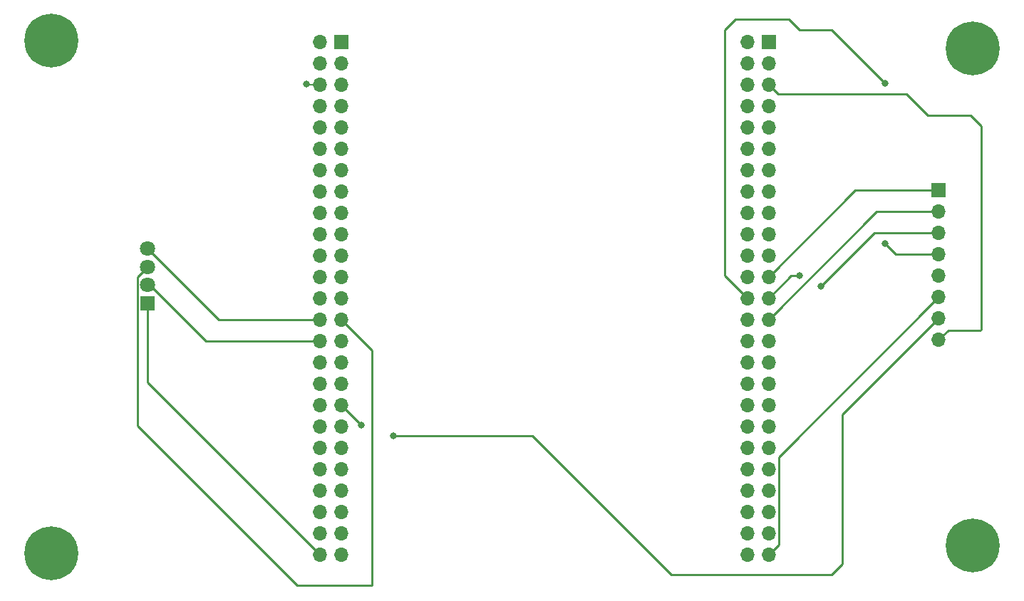
<source format=gbr>
%TF.GenerationSoftware,KiCad,Pcbnew,7.0.2*%
%TF.CreationDate,2023-05-29T15:59:33-06:00*%
%TF.ProjectId,PCB_Design,5043425f-4465-4736-9967-6e2e6b696361,rev?*%
%TF.SameCoordinates,Original*%
%TF.FileFunction,Copper,L1,Top*%
%TF.FilePolarity,Positive*%
%FSLAX46Y46*%
G04 Gerber Fmt 4.6, Leading zero omitted, Abs format (unit mm)*
G04 Created by KiCad (PCBNEW 7.0.2) date 2023-05-29 15:59:33*
%MOMM*%
%LPD*%
G01*
G04 APERTURE LIST*
%TA.AperFunction,ComponentPad*%
%ADD10R,1.700000X1.700000*%
%TD*%
%TA.AperFunction,ComponentPad*%
%ADD11O,1.700000X1.700000*%
%TD*%
%TA.AperFunction,ComponentPad*%
%ADD12C,6.400000*%
%TD*%
%TA.AperFunction,ComponentPad*%
%ADD13R,1.800000X1.800000*%
%TD*%
%TA.AperFunction,ComponentPad*%
%ADD14C,1.800000*%
%TD*%
%TA.AperFunction,ViaPad*%
%ADD15C,0.800000*%
%TD*%
%TA.AperFunction,Conductor*%
%ADD16C,0.250000*%
%TD*%
%TA.AperFunction,Conductor*%
%ADD17C,0.203200*%
%TD*%
G04 APERTURE END LIST*
D10*
%TO.P,J2,1,Pin_1*%
%TO.N,GND*%
X161452400Y-42036200D03*
D11*
%TO.P,J2,2,Pin_2*%
X158912400Y-42036200D03*
%TO.P,J2,3,Pin_3*%
%TO.N,+5V*%
X161452400Y-44576200D03*
%TO.P,J2,4,Pin_4*%
X158912400Y-44576200D03*
%TO.P,J2,5,Pin_5*%
%TO.N,+3V0*%
X161452400Y-47116200D03*
%TO.P,J2,6,Pin_6*%
X158912400Y-47116200D03*
%TO.P,J2,7,Pin_7*%
%TO.N,unconnected-(J2-Pin_7-Pad7)*%
X161452400Y-49656200D03*
%TO.P,J2,8,Pin_8*%
%TO.N,unconnected-(J2-Pin_8-Pad8)*%
X158912400Y-49656200D03*
%TO.P,J2,9,Pin_9*%
%TO.N,unconnected-(J2-Pin_9-Pad9)*%
X161452400Y-52196200D03*
%TO.P,J2,10,Pin_10*%
%TO.N,unconnected-(J2-Pin_10-Pad10)*%
X158912400Y-52196200D03*
%TO.P,J2,11,Pin_11*%
%TO.N,unconnected-(J2-Pin_11-Pad11)*%
X161452400Y-54736200D03*
%TO.P,J2,12,Pin_12*%
%TO.N,unconnected-(J2-Pin_12-Pad12)*%
X158912400Y-54736200D03*
%TO.P,J2,13,Pin_13*%
%TO.N,unconnected-(J2-Pin_13-Pad13)*%
X161452400Y-57276200D03*
%TO.P,J2,14,Pin_14*%
%TO.N,unconnected-(J2-Pin_14-Pad14)*%
X158912400Y-57276200D03*
%TO.P,J2,15,Pin_15*%
%TO.N,unconnected-(J2-Pin_15-Pad15)*%
X161452400Y-59816200D03*
%TO.P,J2,16,Pin_16*%
%TO.N,unconnected-(J2-Pin_16-Pad16)*%
X158912400Y-59816200D03*
%TO.P,J2,17,Pin_17*%
%TO.N,unconnected-(J2-Pin_17-Pad17)*%
X161452400Y-62356200D03*
%TO.P,J2,18,Pin_18*%
%TO.N,unconnected-(J2-Pin_18-Pad18)*%
X158912400Y-62356200D03*
%TO.P,J2,19,Pin_19*%
%TO.N,unconnected-(J2-Pin_19-Pad19)*%
X161452400Y-64896200D03*
%TO.P,J2,20,Pin_20*%
%TO.N,unconnected-(J2-Pin_20-Pad20)*%
X158912400Y-64896200D03*
%TO.P,J2,21,Pin_21*%
%TO.N,unconnected-(J2-Pin_21-Pad21)*%
X161452400Y-67436200D03*
%TO.P,J2,22,Pin_22*%
%TO.N,unconnected-(J2-Pin_22-Pad22)*%
X158912400Y-67436200D03*
%TO.P,J2,23,Pin_23*%
%TO.N,SDA*%
X161452400Y-69976200D03*
%TO.P,J2,24,Pin_24*%
%TO.N,unconnected-(J2-Pin_24-Pad24)*%
X158912400Y-69976200D03*
%TO.P,J2,25,Pin_25*%
%TO.N,MOSI*%
X161452400Y-72516200D03*
%TO.P,J2,26,Pin_26*%
%TO.N,MISO*%
X158912400Y-72516200D03*
%TO.P,J2,27,Pin_27*%
%TO.N,SCK*%
X161452400Y-75056200D03*
%TO.P,J2,28,Pin_28*%
%TO.N,unconnected-(J2-Pin_28-Pad28)*%
X158912400Y-75056200D03*
%TO.P,J2,29,Pin_29*%
%TO.N,unconnected-(J2-Pin_29-Pad29)*%
X161452400Y-77596200D03*
%TO.P,J2,30,Pin_30*%
%TO.N,unconnected-(J2-Pin_30-Pad30)*%
X158912400Y-77596200D03*
%TO.P,J2,31,Pin_31*%
%TO.N,unconnected-(J2-Pin_31-Pad31)*%
X161452400Y-80136200D03*
%TO.P,J2,32,Pin_32*%
%TO.N,unconnected-(J2-Pin_32-Pad32)*%
X158912400Y-80136200D03*
%TO.P,J2,33,Pin_33*%
%TO.N,unconnected-(J2-Pin_33-Pad33)*%
X161452400Y-82676200D03*
%TO.P,J2,34,Pin_34*%
%TO.N,unconnected-(J2-Pin_34-Pad34)*%
X158912400Y-82676200D03*
%TO.P,J2,35,Pin_35*%
%TO.N,unconnected-(J2-Pin_35-Pad35)*%
X161452400Y-85216200D03*
%TO.P,J2,36,Pin_36*%
%TO.N,unconnected-(J2-Pin_36-Pad36)*%
X158912400Y-85216200D03*
%TO.P,J2,37,Pin_37*%
%TO.N,unconnected-(J2-Pin_37-Pad37)*%
X161452400Y-87756200D03*
%TO.P,J2,38,Pin_38*%
%TO.N,unconnected-(J2-Pin_38-Pad38)*%
X158912400Y-87756200D03*
%TO.P,J2,39,Pin_39*%
%TO.N,unconnected-(J2-Pin_39-Pad39)*%
X161452400Y-90296200D03*
%TO.P,J2,40,Pin_40*%
%TO.N,unconnected-(J2-Pin_40-Pad40)*%
X158912400Y-90296200D03*
%TO.P,J2,41,Pin_41*%
%TO.N,unconnected-(J2-Pin_41-Pad41)*%
X161452400Y-92836200D03*
%TO.P,J2,42,Pin_42*%
%TO.N,unconnected-(J2-Pin_42-Pad42)*%
X158912400Y-92836200D03*
%TO.P,J2,43,Pin_43*%
%TO.N,unconnected-(J2-Pin_43-Pad43)*%
X161452400Y-95376200D03*
%TO.P,J2,44,Pin_44*%
%TO.N,unconnected-(J2-Pin_44-Pad44)*%
X158912400Y-95376200D03*
%TO.P,J2,45,Pin_45*%
%TO.N,unconnected-(J2-Pin_45-Pad45)*%
X161452400Y-97916200D03*
%TO.P,J2,46,Pin_46*%
%TO.N,unconnected-(J2-Pin_46-Pad46)*%
X158912400Y-97916200D03*
%TO.P,J2,47,Pin_47*%
%TO.N,unconnected-(J2-Pin_47-Pad47)*%
X161452400Y-100456200D03*
%TO.P,J2,48,Pin_48*%
%TO.N,unconnected-(J2-Pin_48-Pad48)*%
X158912400Y-100456200D03*
%TO.P,J2,49,Pin_49*%
%TO.N,GND*%
X161452400Y-102996200D03*
%TO.P,J2,50,Pin_50*%
X158912400Y-102996200D03*
%TD*%
D12*
%TO.P,H3,1*%
%TO.N,N/C*%
X185699400Y-101879400D03*
%TD*%
D13*
%TO.P,RGB_LED,1,A*%
%TO.N,GND*%
X87630000Y-73090000D03*
D14*
%TO.P,RGB_LED,2,BK*%
%TO.N,Blue*%
X87630000Y-70931000D03*
%TO.P,RGB_LED,3,GK*%
%TO.N,Green*%
X87630000Y-68772000D03*
%TO.P,RGB_LED,4,RK*%
%TO.N,Red*%
X87630000Y-66613000D03*
%TD*%
D10*
%TO.P,J1,1,Pin_1*%
%TO.N,GND*%
X110662400Y-42016200D03*
D11*
%TO.P,J1,2,Pin_2*%
X108122400Y-42016200D03*
%TO.P,J1,3,Pin_3*%
%TO.N,unconnected-(J1-Pin_3-Pad3)*%
X110662400Y-44556200D03*
%TO.P,J1,4,Pin_4*%
%TO.N,unconnected-(J1-Pin_4-Pad4)*%
X108122400Y-44556200D03*
%TO.P,J1,5,Pin_5*%
%TO.N,unconnected-(J1-Pin_5-Pad5)*%
X110662400Y-47096200D03*
%TO.P,J1,6,Pin_6*%
%TO.N,GND*%
X108122400Y-47096200D03*
%TO.P,J1,7,Pin_7*%
%TO.N,unconnected-(J1-Pin_7-Pad7)*%
X110662400Y-49636200D03*
%TO.P,J1,8,Pin_8*%
%TO.N,unconnected-(J1-Pin_8-Pad8)*%
X108122400Y-49636200D03*
%TO.P,J1,9,Pin_9*%
%TO.N,unconnected-(J1-Pin_9-Pad9)*%
X110662400Y-52176200D03*
%TO.P,J1,10,Pin_10*%
%TO.N,unconnected-(J1-Pin_10-Pad10)*%
X108122400Y-52176200D03*
%TO.P,J1,11,Pin_11*%
%TO.N,unconnected-(J1-Pin_11-Pad11)*%
X110662400Y-54716200D03*
%TO.P,J1,12,Pin_12*%
%TO.N,unconnected-(J1-Pin_12-Pad12)*%
X108122400Y-54716200D03*
%TO.P,J1,13,Pin_13*%
%TO.N,unconnected-(J1-Pin_13-Pad13)*%
X110662400Y-57256200D03*
%TO.P,J1,14,Pin_14*%
%TO.N,unconnected-(J1-Pin_14-Pad14)*%
X108122400Y-57256200D03*
%TO.P,J1,15,Pin_15*%
%TO.N,unconnected-(J1-Pin_15-Pad15)*%
X110662400Y-59796200D03*
%TO.P,J1,16,Pin_16*%
%TO.N,unconnected-(J1-Pin_16-Pad16)*%
X108122400Y-59796200D03*
%TO.P,J1,17,Pin_17*%
%TO.N,unconnected-(J1-Pin_17-Pad17)*%
X110662400Y-62336200D03*
%TO.P,J1,18,Pin_18*%
%TO.N,unconnected-(J1-Pin_18-Pad18)*%
X108122400Y-62336200D03*
%TO.P,J1,19,Pin_19*%
%TO.N,unconnected-(J1-Pin_19-Pad19)*%
X110662400Y-64876200D03*
%TO.P,J1,20,Pin_20*%
%TO.N,unconnected-(J1-Pin_20-Pad20)*%
X108122400Y-64876200D03*
%TO.P,J1,21,Pin_21*%
%TO.N,unconnected-(J1-Pin_21-Pad21)*%
X110662400Y-67416200D03*
%TO.P,J1,22,Pin_22*%
%TO.N,unconnected-(J1-Pin_22-Pad22)*%
X108122400Y-67416200D03*
%TO.P,J1,23,Pin_23*%
%TO.N,unconnected-(J1-Pin_23-Pad23)*%
X110662400Y-69956200D03*
%TO.P,J1,24,Pin_24*%
%TO.N,GND*%
X108122400Y-69956200D03*
%TO.P,J1,25,Pin_25*%
%TO.N,unconnected-(J1-Pin_25-Pad25)*%
X110662400Y-72496200D03*
%TO.P,J1,26,Pin_26*%
%TO.N,unconnected-(J1-Pin_26-Pad26)*%
X108122400Y-72496200D03*
%TO.P,J1,27,Pin_27*%
%TO.N,Green*%
X110662400Y-75036200D03*
%TO.P,J1,28,Pin_28*%
%TO.N,Red*%
X108122400Y-75036200D03*
%TO.P,J1,29,Pin_29*%
%TO.N,unconnected-(J1-Pin_29-Pad29)*%
X110662400Y-77576200D03*
%TO.P,J1,30,Pin_30*%
%TO.N,Blue*%
X108122400Y-77576200D03*
%TO.P,J1,31,Pin_31*%
%TO.N,unconnected-(J1-Pin_31-Pad31)*%
X110662400Y-80116200D03*
%TO.P,J1,32,Pin_32*%
%TO.N,unconnected-(J1-Pin_32-Pad32)*%
X108122400Y-80116200D03*
%TO.P,J1,33,Pin_33*%
%TO.N,unconnected-(J1-Pin_33-Pad33)*%
X110662400Y-82656200D03*
%TO.P,J1,34,Pin_34*%
%TO.N,unconnected-(J1-Pin_34-Pad34)*%
X108122400Y-82656200D03*
%TO.P,J1,35,Pin_35*%
%TO.N,RST*%
X110662400Y-85196200D03*
%TO.P,J1,36,Pin_36*%
%TO.N,unconnected-(J1-Pin_36-Pad36)*%
X108122400Y-85196200D03*
%TO.P,J1,37,Pin_37*%
%TO.N,unconnected-(J1-Pin_37-Pad37)*%
X110662400Y-87736200D03*
%TO.P,J1,38,Pin_38*%
%TO.N,unconnected-(J1-Pin_38-Pad38)*%
X108122400Y-87736200D03*
%TO.P,J1,39,Pin_39*%
%TO.N,unconnected-(J1-Pin_39-Pad39)*%
X110662400Y-90276200D03*
%TO.P,J1,40,Pin_40*%
%TO.N,unconnected-(J1-Pin_40-Pad40)*%
X108122400Y-90276200D03*
%TO.P,J1,41,Pin_41*%
%TO.N,unconnected-(J1-Pin_41-Pad41)*%
X110662400Y-92816200D03*
%TO.P,J1,42,Pin_42*%
%TO.N,unconnected-(J1-Pin_42-Pad42)*%
X108122400Y-92816200D03*
%TO.P,J1,43,Pin_43*%
%TO.N,unconnected-(J1-Pin_43-Pad43)*%
X110662400Y-95356200D03*
%TO.P,J1,44,Pin_44*%
%TO.N,unconnected-(J1-Pin_44-Pad44)*%
X108122400Y-95356200D03*
%TO.P,J1,45,Pin_45*%
%TO.N,unconnected-(J1-Pin_45-Pad45)*%
X110662400Y-97896200D03*
%TO.P,J1,46,Pin_46*%
%TO.N,unconnected-(J1-Pin_46-Pad46)*%
X108122400Y-97896200D03*
%TO.P,J1,47,Pin_47*%
%TO.N,unconnected-(J1-Pin_47-Pad47)*%
X110662400Y-100436200D03*
%TO.P,J1,48,Pin_48*%
%TO.N,unconnected-(J1-Pin_48-Pad48)*%
X108122400Y-100436200D03*
%TO.P,J1,49,Pin_49*%
%TO.N,GND*%
X110662400Y-102976200D03*
%TO.P,J1,50,Pin_50*%
X108122400Y-102976200D03*
%TD*%
D10*
%TO.P,RC522,1,SDA*%
%TO.N,SDA*%
X181610000Y-59690000D03*
D11*
%TO.P,RC522,2,SCK*%
%TO.N,SCK*%
X181610000Y-62230000D03*
%TO.P,RC522,3,MOSI*%
%TO.N,MOSI*%
X181610000Y-64770000D03*
%TO.P,RC522,4,MISO*%
%TO.N,MISO*%
X181610000Y-67310000D03*
%TO.P,RC522,5,IRQ*%
%TO.N,unconnected-(P1-IRQ-Pad5)*%
X181610000Y-69850000D03*
%TO.P,RC522,6,GND*%
%TO.N,GND*%
X181610000Y-72390000D03*
%TO.P,RC522,7,RST*%
%TO.N,RST*%
X181610000Y-74930000D03*
%TO.P,RC522,8,3.3V*%
%TO.N,+3V0*%
X181610000Y-77470000D03*
%TD*%
D12*
%TO.P,H4,1*%
%TO.N,N/C*%
X76200000Y-102870000D03*
%TD*%
%TO.P,H1,1*%
%TO.N,N/C*%
X76200000Y-41910000D03*
%TD*%
%TO.P,H2,1*%
%TO.N,N/C*%
X185699400Y-42824400D03*
%TD*%
D15*
%TO.N,GND*%
X106527600Y-47066200D03*
%TO.N,MOSI*%
X167640000Y-71120000D03*
X165100000Y-69850000D03*
%TO.N,MISO*%
X175260000Y-46990000D03*
X175260000Y-66040000D03*
%TO.N,RST*%
X113030000Y-87630000D03*
X116840000Y-88900000D03*
%TD*%
D16*
%TO.N,GND*%
X162627400Y-101821200D02*
X161452400Y-102996200D01*
D17*
X108122400Y-47096200D02*
X106557600Y-47096200D01*
D16*
X87630000Y-73090000D02*
X87630000Y-82483800D01*
D17*
X106557600Y-47096200D02*
X106527600Y-47066200D01*
D16*
X181610000Y-72390000D02*
X162627400Y-91372600D01*
X87630000Y-82483800D02*
X108122400Y-102976200D01*
X162627400Y-91372600D02*
X162627400Y-101821200D01*
%TO.N,+3V0*%
X177800000Y-48260000D02*
X162596200Y-48260000D01*
X186595000Y-76295000D02*
X186690000Y-76200000D01*
X180340000Y-50800000D02*
X177800000Y-48260000D01*
X186690000Y-76200000D02*
X186690000Y-52070000D01*
X182785000Y-76295000D02*
X186595000Y-76295000D01*
X181610000Y-77470000D02*
X182785000Y-76295000D01*
X185420000Y-50800000D02*
X180340000Y-50800000D01*
X186690000Y-52070000D02*
X185420000Y-50800000D01*
X162596200Y-48260000D02*
X161452400Y-47116200D01*
%TO.N,SDA*%
X181610000Y-59690000D02*
X171738600Y-59690000D01*
X171738600Y-59690000D02*
X161452400Y-69976200D01*
%TO.N,Blue*%
X87921000Y-70931000D02*
X94566200Y-77576200D01*
X94566200Y-77576200D02*
X108122400Y-77576200D01*
X87630000Y-70931000D02*
X87921000Y-70931000D01*
%TO.N,Green*%
X86405000Y-87675000D02*
X105410000Y-106680000D01*
X87630000Y-68772000D02*
X86405000Y-69997000D01*
X105410000Y-106680000D02*
X114300000Y-106680000D01*
X114300000Y-78673800D02*
X110662400Y-75036200D01*
X114300000Y-106680000D02*
X114300000Y-78673800D01*
X86405000Y-69997000D02*
X86405000Y-87675000D01*
%TO.N,Red*%
X96053200Y-75036200D02*
X108122400Y-75036200D01*
X87630000Y-66613000D02*
X96053200Y-75036200D01*
%TO.N,SCK*%
X181610000Y-62230000D02*
X174278600Y-62230000D01*
X174278600Y-62230000D02*
X161452400Y-75056200D01*
%TO.N,MOSI*%
X173990000Y-64770000D02*
X167640000Y-71120000D01*
X181610000Y-64770000D02*
X173990000Y-64770000D01*
X165100000Y-69850000D02*
X164118600Y-69850000D01*
X164118600Y-69850000D02*
X161452400Y-72516200D01*
%TO.N,MISO*%
X181610000Y-67310000D02*
X176530000Y-67310000D01*
X168910000Y-40640000D02*
X165100000Y-40640000D01*
X157480000Y-39370000D02*
X156210000Y-40640000D01*
X156210000Y-40640000D02*
X156210000Y-69813800D01*
X176530000Y-67310000D02*
X175260000Y-66040000D01*
X165100000Y-40640000D02*
X163830000Y-39370000D01*
X163830000Y-39370000D02*
X157480000Y-39370000D01*
X175260000Y-46990000D02*
X168910000Y-40640000D01*
X156210000Y-69813800D02*
X158912400Y-72516200D01*
%TO.N,RST*%
X133350000Y-88900000D02*
X149860000Y-105410000D01*
X168910000Y-105410000D02*
X170180000Y-104140000D01*
X116840000Y-88900000D02*
X133350000Y-88900000D01*
X170180000Y-104140000D02*
X170180000Y-86360000D01*
X113030000Y-87563800D02*
X113030000Y-87630000D01*
X170180000Y-86360000D02*
X181610000Y-74930000D01*
X149860000Y-105410000D02*
X168910000Y-105410000D01*
X110662400Y-85196200D02*
X113030000Y-87563800D01*
D17*
%TO.N,unconnected-(J1-Pin_14-Pad14)*%
X108122400Y-57256200D02*
X108122400Y-57779600D01*
X108122400Y-57256200D02*
X108122400Y-57652600D01*
%TD*%
M02*

</source>
